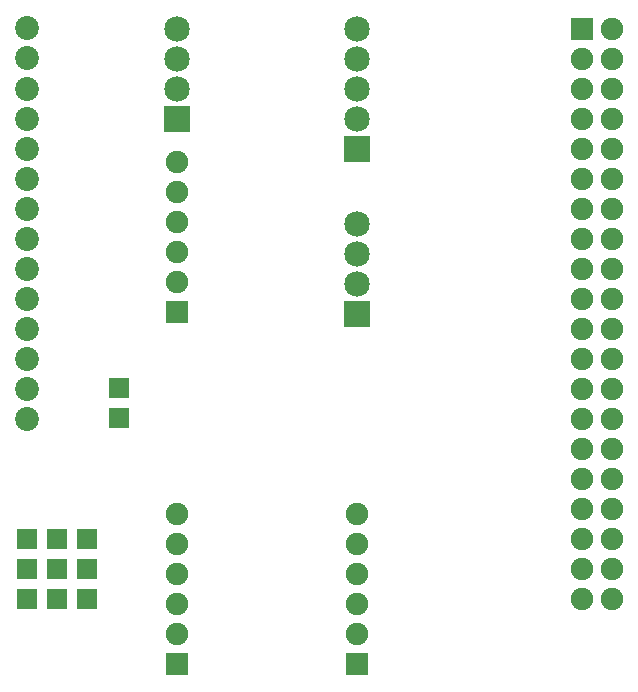
<source format=gbr>
G04 DesignSpark PCB PRO Gerber Version 10.1 Build 5299*
G04 #@! TF.Part,Single*
G04 #@! TF.FileFunction,Soldermask,Bot*
G04 #@! TF.FilePolarity,Negative*
%FSLAX35Y35*%
%MOIN*%
G04 #@! TA.AperFunction,ComponentPad*
%ADD25R,0.07000X0.07000*%
%ADD20R,0.07496X0.07496*%
%ADD22R,0.08500X0.08500*%
%ADD21C,0.07496*%
%ADD24C,0.07969*%
%ADD23C,0.08500*%
G04 #@! TD.AperFunction*
X0Y0D02*
D02*
D20*
X75272Y20250D03*
Y137830D03*
X135272Y20250D03*
X210272Y232003D03*
D02*
D21*
X75272Y30250D03*
Y40250D03*
Y50250D03*
Y60250D03*
Y70250D03*
Y147830D03*
Y157830D03*
Y167830D03*
Y177830D03*
Y187830D03*
X135272Y30250D03*
Y40250D03*
Y50250D03*
Y60250D03*
Y70250D03*
X210272Y42003D03*
Y52003D03*
Y62003D03*
Y72003D03*
Y82003D03*
Y92003D03*
Y102003D03*
Y112003D03*
Y122003D03*
Y132003D03*
Y142003D03*
Y152003D03*
Y162003D03*
Y172003D03*
Y182003D03*
Y192003D03*
Y202003D03*
Y212003D03*
Y222003D03*
X220272Y42003D03*
Y52003D03*
Y62003D03*
Y72003D03*
Y82003D03*
Y92003D03*
Y102003D03*
Y112003D03*
Y122003D03*
Y132003D03*
Y142003D03*
Y152003D03*
Y162003D03*
Y172003D03*
Y182003D03*
Y192003D03*
Y202003D03*
Y212003D03*
Y222003D03*
Y232003D03*
D02*
D22*
X75272Y202003D03*
X135272Y137003D03*
Y192003D03*
D02*
D23*
X75272Y212003D03*
Y222003D03*
Y232003D03*
X135272Y147003D03*
Y157003D03*
Y167003D03*
Y202003D03*
Y212003D03*
Y222003D03*
Y232003D03*
D02*
D24*
X25250Y102003D03*
Y222250D03*
Y232250D03*
X25272Y112003D03*
Y122003D03*
Y132003D03*
Y142003D03*
Y152003D03*
Y162003D03*
Y172003D03*
Y182003D03*
Y192003D03*
Y202003D03*
Y212003D03*
D02*
D25*
Y42003D03*
Y52003D03*
Y62003D03*
X35272Y42003D03*
Y52003D03*
Y62003D03*
X45272Y42003D03*
Y52003D03*
Y62003D03*
X55772Y102253D03*
Y112253D03*
X0Y0D02*
M02*

</source>
